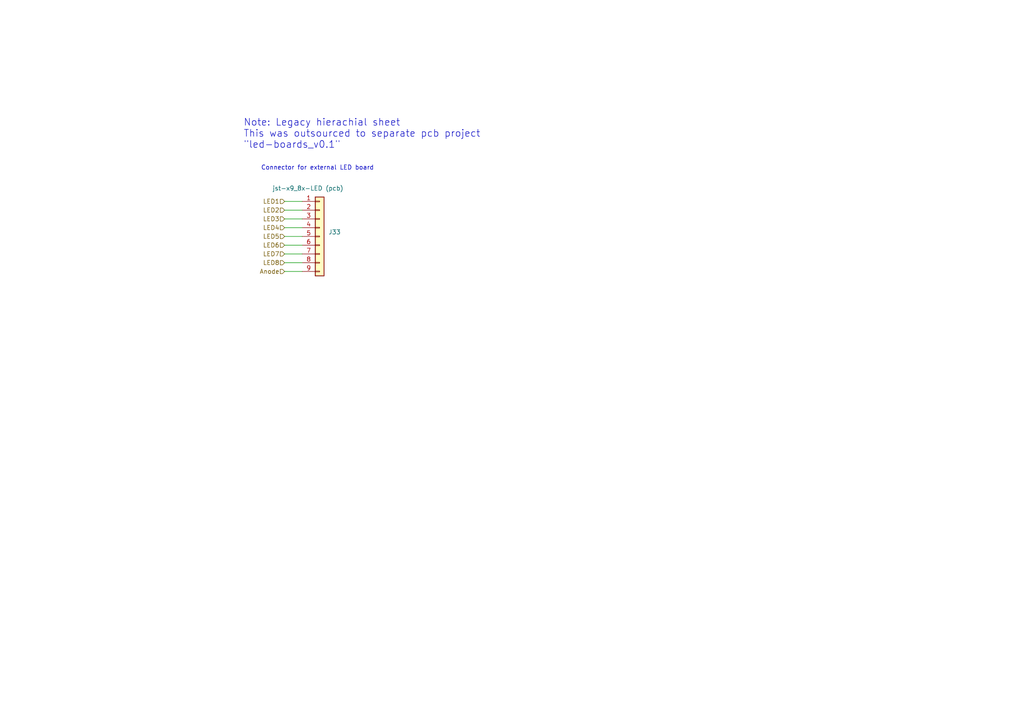
<source format=kicad_sch>
(kicad_sch (version 20231120) (generator "eeschema") (generator_version "8.0")
  (paper "A4")
  (lib_symbols
    (symbol "Connector_Generic:Conn_01x09" (pin_names (offset 1.016) hide)
      (property "Reference" "J" (at 0 12.7 0))
      (property "Value" "Conn_01x09" (at 0 -12.7 0))
      (symbol "Conn_01x09_1_1"
        (rectangle (start -1.27 -10.033) (end 0 -10.287) (stroke (width 0.1524)))
        (rectangle (start -1.27 -7.493) (end 0 -7.747) (stroke (width 0.1524)))
        (rectangle (start -1.27 -4.953) (end 0 -5.207) (stroke (width 0.1524)))
        (rectangle (start -1.27 -2.413) (end 0 -2.667) (stroke (width 0.1524)))
        (rectangle (start -1.27 0.127) (end 0 -0.127) (stroke (width 0.1524)))
        (rectangle (start -1.27 2.667) (end 0 2.413) (stroke (width 0.1524)))
        (rectangle (start -1.27 5.207) (end 0 4.953) (stroke (width 0.1524)))
        (rectangle (start -1.27 7.747) (end 0 7.493) (stroke (width 0.1524)))
        (rectangle (start -1.27 10.287) (end 0 10.033) (stroke (width 0.1524)))
        (rectangle (start -1.27 11.43) (end 1.27 -11.43) (stroke (width 0.254)) (fill (type background)))
        (pin passive line (at -5.08 10.16 0) (length 3.81) (name "Pin_1") (number "1"))
        (pin passive line (at -5.08 7.62 0) (length 3.81) (name "Pin_2") (number "2"))
        (pin passive line (at -5.08 5.08 0) (length 3.81) (name "Pin_3") (number "3"))
        (pin passive line (at -5.08 2.54 0) (length 3.81) (name "Pin_4") (number "4"))
        (pin passive line (at -5.08 0 0) (length 3.81) (name "Pin_5") (number "5"))
        (pin passive line (at -5.08 -2.54 0) (length 3.81) (name "Pin_6") (number "6"))
        (pin passive line (at -5.08 -5.08 0) (length 3.81) (name "Pin_7") (number "7"))
        (pin passive line (at -5.08 -7.62 0) (length 3.81) (name "Pin_8") (number "8"))
        (pin passive line (at -5.08 -10.16 0) (length 3.81) (name "Pin_9") (number "9"))
      )
    )
  )
  (wire (pts (xy 82.55 68.58) (xy 87.63 68.58)))
  (wire (pts (xy 82.55 78.74) (xy 87.63 78.74)))
  (wire (pts (xy 82.55 71.12) (xy 87.63 71.12)))
  (wire (pts (xy 82.55 63.5) (xy 87.63 63.5)))
  (wire (pts (xy 82.55 66.04) (xy 87.63 66.04)))
  (wire (pts (xy 82.55 76.2) (xy 87.63 76.2)))
  (wire (pts (xy 82.55 73.66) (xy 87.63 73.66)))
  (wire (pts (xy 82.55 58.42) (xy 87.63 58.42)))
  (wire (pts (xy 82.55 60.96) (xy 87.63 60.96)))
  (text "Note: Legacy hierachial sheet\nThis was outsourced to separate pcb project \n\"led-boards_v0.1\"" (at 70.612 38.862 0) (effects (font (size 2 2)) (justify left)))
  (text "Connector for external LED board" (at 75.692 48.768 0) (effects (font (size 1.27 1.27)) (justify left)))
  (hierarchical_label "LED5" (shape input) (at 82.55 68.58 180))
  (hierarchical_label "LED2" (shape input) (at 82.55 60.96 180))
  (hierarchical_label "LED3" (shape input) (at 82.55 63.5 180))
  (hierarchical_label "Anode" (shape input) (at 82.55 78.74 180))
  (hierarchical_label "LED4" (shape input) (at 82.55 66.04 180))
  (hierarchical_label "LED8" (shape input) (at 82.55 76.2 180))
  (hierarchical_label "LED6" (shape input) (at 82.55 71.12 180))
  (hierarchical_label "LED7" (shape input) (at 82.55 73.66 180))
  (hierarchical_label "LED1" (shape input) (at 82.55 58.42 180))
  (symbol (lib_id "Connector_Generic:Conn_01x09") (at 92.71 68.58 0) (unit 1)
    (property "Reference" "J33" (at 95.25 67.3099 0) (effects (justify left)))
    (property "Value" "jst-x9_8x-LED (pcb)" (at 78.994 54.61 0) (effects (justify left)))
    (property "Footprint" "Connector_JST:JST_XH_B9B-XH-A_1x09_P2.50mm_Vertical" (effects (hide yes)))
    (property "Datasheet" "https://www.ebay.de/itm/183466543983" (effects (hide yes)))
    (property "Description" "Generic connector, single row, 01x09, script generated (kicad-library-utils/schlib/autogen/connector/)" (effects (hide yes)))
    (instances (project "" (path "" (reference "J33") (unit 1)) (path "" (reference "J32") (unit 1))))
  )
)
</source>
